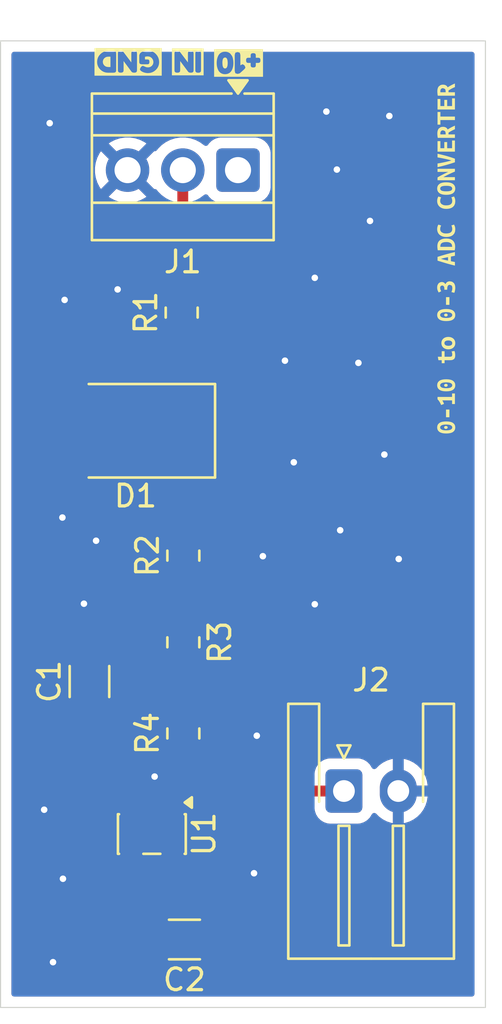
<source format=kicad_pcb>
(kicad_pcb (version 20241229) (generator "pcbnew") (generator_version "9.0")
  (layers (0 "F.Cu" signal) (2 "B.Cu" signal) (13 "F.Paste" user) (15 "B.Paste" user) (5 "F.SilkS" user "F.Silkscreen") (7 "B.SilkS" user "B.Silkscreen") (1 "F.Mask" user) (3 "B.Mask" user) (25 "Edge.Cuts" user))
  (net 0 "")
  (net 1 "GND")
  (net 2 "Net-(U1-+)")
  (net 3 "+3.3V")
  (net 4 "Net-(D1-A1)")
  (net 5 "+10V")
  (net 6 "Net-(J1-Pin_2)")
  (net 7 "Net-(R2-Pad1)")
  (net 8 "Net-(J2-Pin_1)")
  (footprint "TerminalBlock:TerminalBlock_Xinya_XY308-2.54-3P_1x03_P2.54mm_Horizontal" (layer "F.Cu") (at 140.2588 42.2148 180)
    (property "Reference" "J1" (at 2.54 -4.22 0) (layer "F.SilkS"))
    (property "Value" "ADC_IN")
    (fp_line (start 6.72 3.52) (end 0.3 3.52) (stroke (width 0.12)) (layer "F.SilkS"))
    (fp_line (start 6.72 -3.22) (end 6.72 3.52) (stroke (width 0.12)) (layer "F.SilkS"))
    (fp_line (start -0.3 3.52) (end -1.64 3.52) (stroke (width 0.12)) (layer "F.SilkS"))
    (fp_line (start -1.64 3.52) (end -1.64 -3.22) (stroke (width 0.12)) (layer "F.SilkS"))
    (fp_line (start -1.64 2.6) (end 6.72 2.6) (stroke (width 0.12)) (layer "F.SilkS"))
    (fp_line (start -1.64 1.6) (end 6.72 1.6) (stroke (width 0.12)) (layer "F.SilkS"))
    (fp_line (start -1.64 -1.5) (end 6.72 -1.5) (stroke (width 0.12)) (layer "F.SilkS"))
    (fp_line (start -1.64 -3.22) (end 6.72 -3.22) (stroke (width 0.12)) (layer "F.SilkS"))
    (fp_poly (pts (xy 0 3.52) (xy 0.44 4.13) (xy -0.44 4.13)) (stroke (width 0.12)) (fill yes) (layer "F.SilkS"))
    (pad "1" thru_hole roundrect (at 0 0 180) (size 2 2) (drill 1.2) (layers "*.Cu" "*.Mask") (roundrect_rratio 0.125) (net 5 "+10V"))
    (pad "2" thru_hole circle (at 2.54 0 180) (size 2 2) (drill 1.2) (layers "*.Cu" "*.Mask") (net 6 "Net-(J1-Pin_2)"))
    (pad "3" thru_hole circle (at 5.08 0 180) (size 2 2) (drill 1.2) (layers "*.Cu" "*.Mask") (net 1 "GND"))
  )
  (footprint "Diode_SMD:D_SMB" (layer "F.Cu") (at 135.5434 54.2017 180)
    (property "Reference" "D1" (at 0 -3 0) (layer "F.SilkS"))
    (property "Value" "SM6T10A")
    (fp_line (start -3.66 2.15) (end 2.15 2.15) (stroke (width 0.12)) (layer "F.SilkS"))
    (fp_line (start -3.66 -2.15) (end 2.15 -2.15) (stroke (width 0.12)) (layer "F.SilkS"))
    (fp_line (start -3.66 -2.15) (end -3.66 2.15) (stroke (width 0.12)) (layer "F.SilkS"))
    (pad "1" smd roundrect (at -2.15 0 180) (size 2.5 2.3) (layers "F.Cu" "F.Mask" "F.Paste") (roundrect_rratio 0.1086956522) (net 4 "Net-(D1-A1)"))
    (pad "2" smd roundrect (at 2.15 0 180) (size 2.5 2.3) (layers "F.Cu" "F.Mask" "F.Paste") (roundrect_rratio 0.1086956522) (net 1 "GND"))
  )
  (footprint "Resistor_SMD:R_0805_2012Metric" (layer "F.Cu") (at 137.7442 68.1209 90)
    (property "Reference" "R4" (at 0 -1.65 90) (layer "F.SilkS"))
    (property "Value" "2.2k")
    (fp_line (start -0.227064 -0.735) (end 0.227064 -0.735) (stroke (width 0.12)) (layer "F.SilkS"))
    (fp_line (start -0.227064 0.735) (end 0.227064 0.735) (stroke (width 0.12)) (layer "F.SilkS"))
    (pad "1" smd roundrect (at -0.9125 0 90) (size 1.025 1.4) (layers "F.Cu" "F.Mask" "F.Paste") (roundrect_rratio 0.243902) (net 7 "Net-(R2-Pad1)"))
    (pad "2" smd roundrect (at 0.9125 0 90) (size 1.025 1.4) (layers "F.Cu" "F.Mask" "F.Paste") (roundrect_rratio 0.243902) (net 2 "Net-(U1-+)"))
  )
  (footprint "kibuzzard-69406A88" (layer "F.Cu") (at 149.8346 46.2788 90)
    (property "Reference" "kibuzzard-69406A88" (hide yes))
    (property "Value" "G***" (hide yes))
    (fp_poly (pts (xy -2.131179 -0.009047) (xy -1.77706 -0.009047) (xy -1.77706 0.147334) (xy -2.131179 0.147334) (xy -2.131179 -0.009047)) (fill yes) (layer "F.SilkS"))
    (fp_poly (pts (xy -7.300808 -0.009047) (xy -6.946688 -0.009047) (xy -6.946688 0.147334) (xy -7.300808 0.147334) (xy -7.300808 -0.009047)) (fill yes) (layer "F.SilkS"))
    (fp_poly (pts (xy 6.737318 -0.399354) (xy 6.737318 -0.267528) (xy 6.526656 -0.267528) (xy 6.526656 0.400646) (xy 6.366397 0.400646) (xy 6.366397 -0.267528) (xy 6.155735 -0.267528) (xy 6.155735 -0.399354) (xy 6.737318 -0.399354)) (fill yes) (layer "F.SilkS"))
    (fp_poly (pts (xy -2.527948 -0.014216) (xy -2.547981 0.04588) (xy -2.599031 0.071082) (xy -2.652019 0.04588) (xy -2.671405 -0.014216) (xy -2.652019 -0.07496) (xy -2.599031 -0.100808) (xy -2.547981 -0.07496) (xy -2.527948 -0.014216)) (fill yes) (layer "F.SilkS"))
    (fp_poly (pts (xy -5.758966 -0.014216) (xy -5.778998 0.04588) (xy -5.830048 0.071082) (xy -5.883037 0.04588) (xy -5.902423 -0.014216) (xy -5.883037 -0.07496) (xy -5.830048 -0.100808) (xy -5.778998 -0.07496) (xy -5.758966 -0.014216)) (fill yes) (layer "F.SilkS"))
    (fp_poly (pts (xy -7.697577 -0.014216) (xy -7.717609 0.04588) (xy -7.768659 0.071082) (xy -7.821648 0.04588) (xy -7.841034 -0.014216) (xy -7.821648 -0.07496) (xy -7.768659 -0.100808) (xy -7.717609 -0.07496) (xy -7.697577 -0.014216)) (fill yes) (layer "F.SilkS"))
    (fp_poly (pts (xy 6.85105 0.400646) (xy 6.85105 -0.399354) (xy 7.335703 -0.399354) (xy 7.335703 -0.267528) (xy 7.010016 -0.267528) (xy 7.010016 -0.087884) (xy 7.293053 -0.087884) (xy 7.293053 0.043942) (xy 7.010016 0.043942) (xy 7.010016 0.268821) (xy 7.364136 0.268821) (xy 7.364136 0.400646) (xy 6.85105 0.400646)) (fill yes) (layer "F.SilkS"))
    (fp_poly (pts (xy 4.912439 0.400646) (xy 4.912439 -0.399354) (xy 5.397092 -0.399354) (xy 5.397092 -0.267528) (xy 5.071405 -0.267528) (xy 5.071405 -0.087884) (xy 5.354443 -0.087884) (xy 5.354443 0.043942) (xy 5.071405 0.043942) (xy 5.071405 0.268821) (xy 5.425525 0.268821) (xy 5.425525 0.400646) (xy 4.912439 0.400646)) (fill yes) (layer "F.SilkS"))
    (fp_poly (pts (xy -6.525363 0.268821) (xy -6.525363 -0.178352) (xy -6.608078 -0.132472) (xy -6.686914 -0.100808) (xy -6.738611 -0.232633) (xy -6.671405 -0.262359) (xy -6.599031 -0.302423) (xy -6.530533 -0.34895) (xy -6.47496 -0.399354) (xy -6.366397 -0.399354) (xy -6.366397 0.268821) (xy -6.207431 0.268821) (xy -6.207431 0.400646) (xy -6.693376 0.400646) (xy -6.693376 0.268821) (xy -6.525363 0.268821)) (fill yes) (layer "F.SilkS"))
    (fp_poly (pts (xy 3.997415 0.400646) (xy 3.960151 0.311973) (xy 3.920732 0.223443) (xy 3.87916 0.135057) (xy 3.835433 0.04667) (xy 3.789553 -0.04186) (xy 3.741519 -0.130533) (xy 3.741519 0.400646) (xy 3.598061 0.400646) (xy 3.598061 -0.399354) (xy 3.72601 -0.399354) (xy 3.762197 -0.340065) (xy 3.798384 -0.275929) (xy 3.834087 -0.209532) (xy 3.868821 -0.143457) (xy 3.901777 -0.078514) (xy 3.932149 -0.015509) (xy 3.959128 0.042649) (xy 3.981906 0.093053) (xy 3.981906 -0.399354) (xy 4.125363 -0.399354) (xy 4.125363 0.400646) (xy 3.997415 0.400646)) (fill yes) (layer "F.SilkS"))
    (fp_poly (pts (xy -4.677221 -0.07496) (xy -4.815509 -0.07496) (xy -4.815509 -0.206785) (xy -4.677221 -0.206785) (xy -4.677221 -0.359289) (xy -4.518255 -0.385137) (xy -4.518255 -0.206785) (xy -4.263651 -0.206785) (xy -4.263651 -0.07496) (xy -4.518255 -0.07496) (xy -4.518255 0.170598) (xy -4.511793 0.224879) (xy -4.4937 0.257189) (xy -4.465267 0.272698) (xy -4.427787 0.276575) (xy -4.387076 0.275283) (xy -4.350889 0.270759) (xy -4.314701 0.261066) (xy -4.27399 0.244265) (xy -4.252019 0.38126) (xy -4.347011 0.407108) (xy -4.44588 0.414863) (xy -4.544103 0.405816) (xy -4.616478 0.370921) (xy -4.661712 0.2979) (xy -4.673344 0.243457) (xy -4.677221 0.174475) (xy -4.677221 -0.07496)) (fill yes) (layer "F.SilkS"))
    (fp_poly (pts (xy 0.125363 0.400646) (xy 0.087884 0.215832) (xy -0.095638 0.215832) (xy -0.095638 0.084006) (xy 0.060743 0.084006) (xy 0.045234 0.001292) (xy 0.027787 -0.078191) (xy 0.007108 -0.15832) (xy -0.016801 -0.244265) (xy -0.040711 -0.15832) (xy -0.061389 -0.078191) (xy -0.079483 0.001292) (xy -0.095638 0.084006) (xy -0.095638 0.215832) (xy -0.125363 0.215832) (xy -0.161551 0.400646) (xy -0.326979 0.400646) (xy -0.304181 0.307722) (xy -0.281279 0.218158) (xy -0.258275 0.131955) (xy -0.235166 0.049111) (xy -0.211955 -0.030372) (xy -0.183118 -0.126373) (xy -0.154766 -0.219871) (xy -0.126898 -0.310864) (xy -0.099515 -0.399354) (xy 0.073667 -0.399354) (xy 0.10206 -0.310137) (xy 0.130372 -0.218255) (xy 0.158603 -0.123708) (xy 0.186753 -0.026494) (xy 0.209111 0.053661) (xy 0.231212 0.136452) (xy 0.253053 0.22188) (xy 0.274637 0.309945) (xy 0.295961 0.400646) (xy 0.125363 0.400646)) (fill yes) (layer "F.SilkS"))
    (fp_poly (pts (xy 0.918901 0) (xy 0.911955 0.102908) (xy 0.891115 0.189338) (xy 0.857997 0.260258) (xy 0.814216 0.31664) (xy 0.76042 0.359128) (xy 0.697254 0.388368) (xy 0.62601 0.405331) (xy 0.550565 0.410798) (xy 0.550565 0.272698) (xy 0.564782 0.272698) (xy 0.655897 0.252019) (xy 0.715347 0.195153) (xy 0.747658 0.109208) (xy 0.754927 0.057027) (xy 0.757351 0) (xy 0.749596 -0.100808) (xy 0.722456 -0.187399) (xy 0.669467 -0.247496) (xy 0.582876 -0.270113) (xy 0.559612 -0.269467) (xy 0.536349 -0.266236) (xy 0.536349 0.271405) (xy 0.550565 0.272698) (xy 0.550565 0.410798) (xy 0.547981 0.410985) (xy 0.46462 0.406462) (xy 0.377383 0.391599) (xy 0.377383 -0.389015) (xy 0.479483 -0.404523) (xy 0.568659 -0.408401) (xy 0.644103 -0.402585) (xy 0.712763 -0.385137) (xy 0.773021 -0.35525) (xy 0.823263 -0.312116) (xy 0.863489 -0.255574) (xy 0.8937 -0.18546) (xy 0.912601 -0.100646) (xy 0.918901 0)) (fill yes) (layer "F.SilkS"))
    (fp_poly (pts (xy 2.628756 0.417447) (xy 2.524789 0.405385) (xy 2.438629 0.369198) (xy 2.370275 0.308885) (xy 2.33126 0.248869) (xy 2.303393 0.177383) (xy 2.286672 0.094426) (xy 2.281099 0) (xy 2.287884 -0.094023) (xy 2.308239 -0.17706) (xy 2.340711 -0.248627) (xy 2.383845 -0.308239) (xy 2.436834 -0.355412) (xy 2.498869 -0.389661) (xy 2.568498 -0.410501) (xy 2.644265 -0.417447) (xy 2.721163 -0.410339) (xy 2.78126 -0.394184) (xy 2.824556 -0.374798) (xy 2.85105 -0.359289) (xy 2.809693 -0.232633) (xy 2.737964 -0.26559) (xy 2.64168 -0.27916) (xy 2.568659 -0.26559) (xy 2.505331 -0.220355) (xy 2.460097 -0.135703) (xy 2.447011 -0.076252) (xy 2.442649 -0.003877) (xy 2.447891 0.080345) (xy 2.463615 0.15035) (xy 2.489822 0.206139) (xy 2.552019 0.260905) (xy 2.644265 0.27916) (xy 2.747011 0.264943) (xy 2.812278 0.236511) (xy 2.852342 0.361874) (xy 2.761228 0.4) (xy 2.699354 0.413086) (xy 2.628756 0.417447)) (fill yes) (layer "F.SilkS"))
    (fp_poly (pts (xy 1.336349 0.417447) (xy 1.232382 0.405385) (xy 1.146222 0.369198) (xy 1.077868 0.308885) (xy 1.038853 0.248869) (xy 1.010985 0.177383) (xy 0.994265 0.094426) (xy 0.988691 0) (xy 0.995477 -0.094023) (xy 1.015832 -0.17706) (xy 1.048304 -0.248627) (xy 1.091438 -0.308239) (xy 1.144426 -0.355412) (xy 1.206462 -0.389661) (xy 1.27609 -0.410501) (xy 1.351858 -0.417447) (xy 1.428756 -0.410339) (xy 1.488853 -0.394184) (xy 1.532149 -0.374798) (xy 1.558643 -0.359289) (xy 1.517286 -0.232633) (xy 1.445557 -0.26559) (xy 1.349273 -0.27916) (xy 1.276252 -0.26559) (xy 1.212924 -0.220355) (xy 1.16769 -0.135703) (xy 1.154604 -0.076252) (xy 1.150242 -0.003877) (xy 1.155484 0.080345) (xy 1.171208 0.15035) (xy 1.197415 0.206139) (xy 1.259612 0.260905) (xy 1.351858 0.27916) (xy 1.454604 0.264943) (xy 1.519871 0.236511) (xy 1.559935 0.361874) (xy 1.468821 0.4) (xy 1.406947 0.413086) (xy 1.336349 0.417447)) (fill yes) (layer "F.SilkS"))
    (fp_poly (pts (xy 4.425202 0.400646) (xy 4.393215 0.305654) (xy 4.359289 0.199031) (xy 4.336457 0.124143) (xy 4.314486 0.049399) (xy 4.293376 -0.025202) (xy 4.273416 -0.098367) (xy 4.254891 -0.168803) (xy 4.237803 -0.236511) (xy 4.216478 -0.326979) (xy 4.201616 -0.399354) (xy 4.369628 -0.399354) (xy 4.379321 -0.33231) (xy 4.392892 -0.25525) (xy 4.409208 -0.17189) (xy 4.427141 -0.085945) (xy 4.446527 0.000646) (xy 4.467205 0.085945) (xy 4.488368 0.166236) (xy 4.509208 0.237803) (xy 4.529887 0.167205) (xy 4.550565 0.087237) (xy 4.570598 0.001939) (xy 4.589338 -0.084653) (xy 4.606785 -0.170759) (xy 4.62294 -0.254604) (xy 4.637157 -0.332149) (xy 4.648788 -0.399354) (xy 4.815509 -0.399354) (xy 4.798223 -0.317286) (xy 4.777383 -0.226171) (xy 4.75315 -0.12811) (xy 4.725687 -0.025202) (xy 4.705654 0.04545) (xy 4.68433 0.116963) (xy 4.661712 0.189338) (xy 4.638162 0.261353) (xy 4.614037 0.33179) (xy 4.589338 0.400646) (xy 4.425202 0.400646)) (fill yes) (layer "F.SilkS"))
    (fp_poly (pts (xy 7.692407 -0.408401) (xy 7.757674 -0.404523) (xy 7.816478 -0.392892) (xy 7.868174 -0.373183) (xy 7.912116 -0.345073) (xy 7.973506 -0.263005) (xy 7.989499 -0.208885) (xy 7.99483 -0.146042) (xy 7.987722 -0.079483) (xy 7.966397 -0.019386) (xy 7.928595 0.030695) (xy 7.872052 0.067205) (xy 7.918578 0.141519) (xy 7.966397 0.226817) (xy 8.010985 0.315994) (xy 8.047819 0.400646) (xy 7.881099 0.400646) (xy 7.84895 0.324556) (xy 7.811955 0.251373) (xy 7.771082 0.17916) (xy 7.727302 0.105977) (xy 7.644588 0.105977) (xy 7.644588 -0.025848) (xy 7.679483 -0.025848) (xy 7.749596 -0.033764) (xy 7.797092 -0.057512) (xy 7.833279 -0.147334) (xy 7.823586 -0.202262) (xy 7.794507 -0.240388) (xy 7.749596 -0.262682) (xy 7.692407 -0.270113) (xy 7.670436 -0.269467) (xy 7.644588 -0.266236) (xy 7.644588 -0.025848) (xy 7.644588 0.105977) (xy 7.644588 0.400646) (xy 7.485622 0.400646) (xy 7.485622 -0.387722) (xy 7.536672 -0.397415) (xy 7.592892 -0.403877) (xy 7.647173 -0.407108) (xy 7.692407 -0.408401)) (fill yes) (layer "F.SilkS"))
    (fp_poly (pts (xy 5.753796 -0.408401) (xy 5.819063 -0.404523) (xy 5.877868 -0.392892) (xy 5.929564 -0.373183) (xy 5.973506 -0.345073) (xy 6.034895 -0.263005) (xy 6.050889 -0.208885) (xy 6.05622 -0.146042) (xy 6.049111 -0.079483) (xy 6.027787 -0.019386) (xy 5.989984 0.030695) (xy 5.933441 0.067205) (xy 5.979968 0.141519) (xy 6.027787 0.226817) (xy 6.072375 0.315994) (xy 6.109208 0.400646) (xy 5.942488 0.400646) (xy 5.910339 0.324556) (xy 5.873344 0.251373) (xy 5.832472 0.17916) (xy 5.788691 0.105977) (xy 5.705977 0.105977) (xy 5.705977 -0.025848) (xy 5.740872 -0.025848) (xy 5.810985 -0.033764) (xy 5.858481 -0.057512) (xy 5.894669 -0.147334) (xy 5.884976 -0.202262) (xy 5.855897 -0.240388) (xy 5.810985 -0.262682) (xy 5.753796 -0.270113) (xy 5.731826 -0.269467) (xy 5.705977 -0.266236) (xy 5.705977 -0.025848) (xy 5.705977 0.105977) (xy 5.705977 0.400646) (xy 5.547011 0.400646) (xy 5.547011 -0.387722) (xy 5.598061 -0.397415) (xy 5.654281 -0.403877) (xy 5.708562 -0.407108) (xy 5.753796 -0.408401)) (fill yes) (layer "F.SilkS"))
    (fp_poly (pts (xy -1.355735 0.417447) (xy -1.418417 0.412924) (xy -1.481745 0.401939) (xy -1.537964 0.387722) (xy -1.578029 0.373506) (xy -1.547011 0.240388) (xy -1.470113 0.267528) (xy -1.418255 0.278191) (xy -1.357027 0.281745) (xy -1.287722 0.273021) (xy -1.242649 0.24685) (xy -1.209693 0.160258) (xy -1.222294 0.106462) (xy -1.260097 0.071729) (xy -1.317286 0.052827) (xy -1.388045 0.046527) (xy -1.437157 0.046527) (xy -1.437157 -0.085299) (xy -1.377706 -0.085299) (xy -1.328595 -0.090468) (xy -1.284653 -0.10727) (xy -1.252989 -0.138288) (xy -1.240711 -0.187399) (xy -1.267205 -0.256543) (xy -1.340226 -0.281745) (xy -1.430048 -0.266882) (xy -1.506947 -0.230048) (xy -1.563813 -0.346365) (xy -1.471405 -0.393538) (xy -1.410178 -0.41147) (xy -1.341519 -0.417447) (xy -1.278675 -0.413247) (xy -1.224556 -0.400646) (xy -1.142488 -0.353473) (xy -1.094669 -0.281745) (xy -1.07916 -0.192569) (xy -1.1063 -0.100808) (xy -1.178675 -0.033603) (xy -1.123586 -0.001616) (xy -1.082391 0.042649) (xy -1.056704 0.0979) (xy -1.048142 0.162843) (xy -1.066236 0.264943) (xy -1.121809 0.345719) (xy -1.164459 0.37609) (xy -1.217447 0.398708) (xy -1.281099 0.412763) (xy -1.355735 0.417447)) (fill yes) (layer "F.SilkS"))
    (fp_poly (pts (xy -2.322456 -0.001292) (xy -2.326898 0.0979) (xy -2.340226 0.183522) (xy -2.362439 0.255574) (xy -2.393538 0.314055) (xy -2.448106 0.371495) (xy -2.517035 0.405959) (xy -2.600323 0.417447) (xy -2.600323 0.280452) (xy -2.542326 0.26252) (xy -2.500162 0.208724) (xy -2.481134 0.153509) (xy -2.469718 0.083504) (xy -2.465913 -0.001292) (xy -2.469718 -0.085371) (xy -2.481134 -0.154945) (xy -2.500162 -0.210016) (xy -2.542326 -0.263813) (xy -2.600323 -0.281745) (xy -2.657512 -0.263813) (xy -2.699838 -0.210016) (xy -2.719225 -0.154945) (xy -2.730856 -0.085371) (xy -2.734733 -0.001292) (xy -2.730856 0.083504) (xy -2.719225 0.153509) (xy -2.699838 0.208724) (xy -2.657512 0.26252) (xy -2.600323 0.280452) (xy -2.600323 0.417447) (xy -2.683612 0.405959) (xy -2.75254 0.371495) (xy -2.807108 0.314055) (xy -2.838207 0.255574) (xy -2.86042 0.183522) (xy -2.873748 0.0979) (xy -2.878191 -0.001292) (xy -2.873667 -0.099354) (xy -2.860097 -0.184168) (xy -2.83748 -0.255735) (xy -2.805816 -0.314055) (xy -2.750817 -0.371495) (xy -2.682319 -0.405959) (xy -2.600323 -0.417447) (xy -2.517035 -0.406031) (xy -2.448106 -0.371782) (xy -2.393538 -0.314701) (xy -2.362439 -0.256583) (xy -2.340226 -0.184976) (xy -2.326898 -0.099879) (xy -2.322456 -0.001292)) (fill yes) (layer "F.SilkS"))
    (fp_poly (pts (xy -5.553473 -0.001292) (xy -5.557916 0.0979) (xy -5.571244 0.183522) (xy -5.593457 0.255574) (xy -5.624556 0.314055) (xy -5.679124 0.371495) (xy -5.748052 0.405959) (xy -5.831341 0.417447) (xy -5.831341 0.280452) (xy -5.773344 0.26252) (xy -5.731179 0.208724) (xy -5.712152 0.153509) (xy -5.700736 0.083504) (xy -5.696931 -0.001292) (xy -5.700736 -0.085371) (xy -5.712152 -0.154945) (xy -5.731179 -0.210016) (xy -5.773344 -0.263813) (xy -5.831341 -0.281745) (xy -5.88853 -0.263813) (xy -5.930856 -0.210016) (xy -5.950242 -0.154945) (xy -5.961874 -0.085371) (xy -5.965751 -0.001292) (xy -5.961874 0.083504) (xy -5.950242 0.153509) (xy -5.930856 0.208724) (xy -5.88853 0.26252) (xy -5.831341 0.280452) (xy -5.831341 0.417447) (xy -5.914629 0.405959) (xy -5.983558 0.371495) (xy -6.038126 0.314055) (xy -6.069225 0.255574) (xy -6.091438 0.183522) (xy -6.104766 0.0979) (xy -6.109208 -0.001292) (xy -6.104685 -0.099354) (xy -6.091115 -0.184168) (xy -6.068498 -0.255735) (xy -6.036834 -0.314055) (xy -5.981835 -0.371495) (xy -5.913337 -0.405959) (xy -5.831341 -0.417447) (xy -5.748052 -0.406031) (xy -5.679124 -0.371782) (xy -5.624556 -0.314701) (xy -5.593457 -0.256583) (xy -5.571244 -0.184976) (xy -5.557916 -0.099879) (xy -5.553473 -0.001292)) (fill yes) (layer "F.SilkS"))
    (fp_poly (pts (xy -7.492084 -0.001292) (xy -7.496527 0.0979) (xy -7.509855 0.183522) (xy -7.532068 0.255574) (xy -7.563166 0.314055) (xy -7.617735 0.371495) (xy -7.686663 0.405959) (xy -7.769952 0.417447) (xy -7.769952 0.280452) (xy -7.711955 0.26252) (xy -7.66979 0.208724) (xy -7.650763 0.153509) (xy -7.639347 0.083504) (xy -7.635541 -0.001292) (xy -7.639347 -0.085371) (xy -7.650763 -0.154945) (xy -7.66979 -0.210016) (xy -7.711955 -0.263813) (xy -7.769952 -0.281745) (xy -7.827141 -0.263813) (xy -7.869467 -0.210016) (xy -7.888853 -0.154945) (xy -7.900485 -0.085371) (xy -7.904362 -0.001292) (xy -7.900485 0.083504) (xy -7.888853 0.153509) (xy -7.869467 0.208724) (xy -7.827141 0.26252) (xy -7.769952 0.280452) (xy -7.769952 0.417447) (xy -7.85324 0.405959) (xy -7.922168 0.371495) (xy -7.976737 0.314055) (xy -8.007835 0.255574) (xy -8.030048 0.183522) (xy -8.043376 0.0979) (xy -8.047819 -0.001292) (xy -8.043296 -0.099354) (xy -8.029725 -0.184168) (xy -8.007108 -0.255735) (xy -7.975444 -0.314055) (xy -7.920445 -0.371495) (xy -7.851948 -0.405959) (xy -7.769952 -0.417447) (xy -7.686663 -0.406031) (xy -7.617735 -0.371782) (xy -7.563166 -0.314701) (xy -7.532068 -0.256583) (xy -7.509855 -0.184976) (xy -7.496527 -0.099879) (xy -7.492084 -0.001292)) (fill yes) (layer "F.SilkS"))
    (fp_poly (pts (xy 2.927302 0) (xy 2.932068 -0.097052) (xy 2.946365 -0.181422) (xy 2.970194 -0.25311) (xy 3.003554 -0.312116) (xy 3.060994 -0.370634) (xy 3.131646 -0.405744) (xy 3.215509 -0.417447) (xy 3.301957 -0.405744) (xy 3.37347 -0.370634) (xy 3.430048 -0.312116) (xy 3.462278 -0.25311) (xy 3.485299 -0.181422) (xy 3.499111 -0.097052) (xy 3.503716 0) (xy 3.499031 0.097052) (xy 3.484976 0.181422) (xy 3.461551 0.25311) (xy 3.428756 0.312116) (xy 3.37189 0.370634) (xy 3.301239 0.405744) (xy 3.216801 0.417447) (xy 3.215509 0.417273) (xy 3.215509 0.27916) (xy 3.280775 0.257189) (xy 3.319548 0.197092) (xy 3.337641 0.108562) (xy 3.341034 0.05622) (xy 3.342165 0) (xy 3.341034 -0.056381) (xy 3.337641 -0.109208) (xy 3.319548 -0.197738) (xy 3.281422 -0.257189) (xy 3.215509 -0.27916) (xy 3.149596 -0.257189) (xy 3.11147 -0.197092) (xy 3.093376 -0.108562) (xy 3.089984 -0.05622) (xy 3.088853 0) (xy 3.089984 0.056381) (xy 3.093376 0.109208) (xy 3.11147 0.197738) (xy 3.149596 0.257189) (xy 3.215509 0.27916) (xy 3.215509 0.417273) (xy 3.130282 0.405744) (xy 3.058553 0.370634) (xy 3.001616 0.312116) (xy 2.969103 0.25311) (xy 2.94588 0.181422) (xy 2.931947 0.097052) (xy 2.927302 0)) (fill yes) (layer "F.SilkS"))
    (fp_poly (pts (xy -3.605816 0.095638) (xy -3.610985 0.16462) (xy -3.626494 0.226817) (xy -3.651373 0.281583) (xy -3.684653 0.328271) (xy -3.725848 0.366074) (xy -3.774475 0.394184) (xy -3.829887 0.411632) (xy -3.891438 0.417447) (xy -3.894023 0.417203) (xy -3.894023 0.27916) (xy -3.83958 0.266559) (xy -3.800323 0.228756) (xy -3.776575 0.170598) (xy -3.768659 0.096931) (xy -3.775929 0.023425) (xy -3.797738 -0.034249) (xy -3.835703 -0.071567) (xy -3.891438 -0.084006) (xy -3.94588 -0.071567) (xy -3.985137 -0.034249) (xy -4.008885 0.023425) (xy -4.016801 0.096931) (xy -4.009532 0.170598) (xy -3.987722 0.228756) (xy -3.949758 0.266559) (xy -3.894023 0.27916) (xy -3.894023 0.417203) (xy -3.952989 0.411632) (xy -4.008401 0.394184) (xy -4.057189 0.366074) (xy -4.098869 0.328271) (xy -4.132633 0.281583) (xy -4.157674 0.226817) (xy -4.173183 0.16462) (xy -4.178352 0.095638) (xy -4.173021 0.027625) (xy -4.157027 -0.034249) (xy -4.131502 -0.088853) (xy -4.097577 -0.135057) (xy -4.055735 -0.172213) (xy -4.006462 -0.199677) (xy -3.951212 -0.21664) (xy -3.891438 -0.222294) (xy -3.830856 -0.21664) (xy -3.775767 -0.199677) (xy -3.726979 -0.172213) (xy -3.685299 -0.135057) (xy -3.651535 -0.088853) (xy -3.626494 -0.034249) (xy -3.610985 0.027625) (xy -3.605816 0.095638)) (fill yes) (layer "F.SilkS"))
  )
  (footprint "Connector_JST:JST_XH_S2B-XH-A-1_1x02_P2.50mm_Horizontal" (layer "F.Cu") (at 145.1302 70.7686)
    (property "Reference" "J2" (at 1.25 -5.1 0) (layer "F.SilkS"))
    (property "Value" "3V3_ADC_OUT")
    (fp_line (start -2.56 -4.01) (end -1.14 -4.01) (stroke (width 0.12)) (layer "F.SilkS"))
    (fp_line (start -2.56 7.71) (end -2.56 -4.01) (stroke (width 0.12)) (layer "F.SilkS"))
    (fp_line (start -1.14 -4.01) (end -1.14 0.49) (stroke (width 0.12)) (layer "F.SilkS"))
    (fp_line (start -0.3 -2.1) (end 0.3 -2.1) (stroke (width 0.12)) (layer "F.SilkS"))
    (fp_line (start -0.25 1.6) (end -0.25 7.1) (stroke (width 0.12)) (layer "F.SilkS"))
    (fp_line (start -0.25 7.1) (end 0.25 7.1) (stroke (width 0.12)) (layer "F.SilkS"))
    (fp_line (start 0 -1.5) (end -0.3 -2.1) (stroke (width 0.12)) (layer "F.SilkS"))
    (fp_line (start 0.25 1.6) (end -0.25 1.6) (stroke (width 0.12)) (layer "F.SilkS"))
    (fp_line (start 0.25 7.1) (end 0.25 1.6) (stroke (width 0.12)) (layer "F.SilkS"))
    (fp_line (start 0.3 -2.1) (end 0 -1.5) (stroke (width 0.12)) (layer "F.SilkS"))
    (fp_line (start 1.25 7.71) (end -2.56 7.71) (stroke (width 0.12)) (layer "F.SilkS"))
    (fp_line (start 1.25 7.71) (end 5.06 7.71) (stroke (width 0.12)) (layer "F.SilkS"))
    (fp_line (start 2.25 1.6) (end 2.25 7.1) (stroke (width 0.12)) (layer "F.SilkS"))
    (fp_line (start 2.25 7.1) (end 2.75 7.1) (stroke (width 0.12)) (layer "F.SilkS"))
    (fp_line (start 2.75 1.6) (end 2.25 1.6) (stroke (width 0.12)) (layer "F.SilkS"))
    (fp_line (start 2.75 7.1) (end 2.75 1.6) (stroke (width 0.12)) (layer "F.SilkS"))
    (fp_line (start 3.64 -4.01) (end 3.64 0.49) (stroke (width 0.12)) (layer "F.SilkS"))
    (fp_line (start 5.06 -4.01) (end 3.64 -4.01) (stroke (width 0.12)) (layer "F.SilkS"))
    (fp_line (start 5.06 7.71) (end 5.06 -4.01) (stroke (width 0.12)) (layer "F.SilkS"))
    (pad "1" thru_hole roundrect (at 0 0) (size 1.7 2) (drill 1) (layers "*.Cu" "*.Mask") (roundrect_rratio 0.147059) (net 8 "Net-(J2-Pin_1)"))
    (pad "2" thru_hole oval (at 2.5 0) (size 1.7 2) (drill 1) (layers "*.Cu" "*.Mask") (net 1 "GND"))
  )
  (footprint "Package_TO_SOT_SMD:SOT-23-5" (layer "F.Cu") (at 136.2964 72.7456 -90)
    (property "Reference" "U1" (at 0 -2.4 90) (layer "F.SilkS"))
    (property "Value" "MCP6001-OT")
    (fp_line (start -0.91 1.56) (end -0.91 1.51) (stroke (width 0.12)) (layer "F.SilkS"))
    (fp_line (start 0.91 1.56) (end -0.91 1.56) (stroke (width 0.12)) (layer "F.SilkS"))
    (fp_line (start 0.91 1.51) (end 0.91 1.56) (stroke (width 0.12)) (layer "F.SilkS"))
    (fp_line (start 0.91 -0.39) (end 0.91 0.39) (stroke (width 0.12)) (layer "F.SilkS"))
    (fp_line (start -0.91 -1.51) (end -0.91 -1.56) (stroke (width 0.12)) (layer "F.SilkS"))
    (fp_line (start -0.91 -1.56) (end 0.91 -1.56) (stroke (width 0.12)) (layer "F.SilkS"))
    (fp_line (start 0.91 -1.56) (end 0.91 -1.51) (stroke (width 0.12)) (layer "F.SilkS"))
    (fp_poly (pts (xy -1.45 -1.51) (xy -1.69 -1.84) (xy -1.21 -1.84)) (stroke (width 0.12)) (fill yes) (layer "F.SilkS"))
    (pad "1" smd roundrect (at -1.1375 -0.95 270) (size 1.325 0.6) (layers "F.Cu" "F.Mask" "F.Paste") (net 8 "Net-(J2-Pin_1)"))
    (pad "2" smd roundrect (at -1.1375 0 270) (size 1.325 0.6) (layers "F.Cu" "F.Mask" "F.Paste") (net 1 "GND"))
    (pad "3" smd roundrect (at -1.1375 0.95 270) (size 1.325 0.6) (layers "F.Cu" "F.Mask" "F.Paste") (net 2 "Net-(U1-+)"))
    (pad "4" smd roundrect (at 1.1375 0.95 270) (size 1.325 0.6) (layers "F.Cu" "F.Mask" "F.Paste") (net 8 "Net-(J2-Pin_1)"))
    (pad "5" smd roundrect (at 1.1375 -0.95 270) (size 1.325 0.6) (layers "F.Cu" "F.Mask" "F.Paste") (net 3 "+3.3V"))
  )
  (footprint "Capacitor_SMD:C_1206_3216Metric" (layer "F.Cu") (at 133.4262 65.7334 90)
    (property "Reference" "C1" (at 0 -1.85 90) (layer "F.SilkS"))
    (property "Value" "100nF")
    (fp_line (start -0.711252 -0.91) (end 0.711252 -0.91) (stroke (width 0.12)) (layer "F.SilkS"))
    (fp_line (start -0.711252 0.91) (end 0.711252 0.91) (stroke (width 0.12)) (layer "F.SilkS"))
    (pad "1" smd roundrect (at -1.475 0 90) (size 1.15 1.8) (layers "F.Cu" "F.Mask" "F.Paste") (roundrect_rratio 0.217391) (net 2 "Net-(U1-+)"))
    (pad "2" smd roundrect (at 1.475 0 90) (size 1.15 1.8) (layers "F.Cu" "F.Mask" "F.Paste") (roundrect_rratio 0.217391) (net 1 "GND"))
  )
  (footprint "Resistor_SMD:R_0805_2012Metric" (layer "F.Cu") (at 137.7442 59.9421 90)
    (property "Reference" "R2" (at 0 -1.65 90) (layer "F.SilkS"))
    (property "Value" "22k")
    (fp_line (start -0.227064 -0.735) (end 0.227064 -0.735) (stroke (width 0.12)) (layer "F.SilkS"))
    (fp_line (start -0.227064 0.735) (end 0.227064 0.735) (stroke (width 0.12)) (layer "F.SilkS"))
    (pad "1" smd roundrect (at -0.9125 0 90) (size 1.025 1.4) (layers "F.Cu" "F.Mask" "F.Paste") (roundrect_rratio 0.243902) (net 7 "Net-(R2-Pad1)"))
    (pad "2" smd roundrect (at 0.9125 0 90) (size 1.025 1.4) (layers "F.Cu" "F.Mask" "F.Paste") (roundrect_rratio 0.243902) (net 4 "Net-(D1-A1)"))
  )
  (footprint "Resistor_SMD:R_0805_2012Metric" (layer "F.Cu") (at 137.7442 63.9299 90)
    (property "Reference" "R3" (at 0 1.6764 90) (layer "F.SilkS"))
    (property "Value" "10k")
    (fp_line (start -0.227064 -0.735) (end 0.227064 -0.735) (stroke (width 0.12)) (layer "F.SilkS"))
    (fp_line (start -0.227064 0.735) (end 0.227064 0.735) (stroke (width 0.12)) (layer "F.SilkS"))
    (pad "1" smd roundrect (at -0.9125 0 90) (size 1.025 1.4) (layers "F.Cu" "F.Mask" "F.Paste") (roundrect_rratio 0.243902) (net 1 "GND"))
    (pad "2" smd roundrect (at 0.9125 0 90) (size 1.025 1.4) (layers "F.Cu" "F.Mask" "F.Paste") (roundrect_rratio 0.243902) (net 7 "Net-(R2-Pad1)"))
  )
  (footprint "Resistor_SMD:R_0805_2012Metric" (layer "F.Cu") (at 137.668 48.7661 90)
    (property "Reference" "R1" (at 0 -1.65 90) (layer "F.SilkS"))
    (property "Value" "0R")
    (fp_line (start -0.227064 -0.735) (end 0.227064 -0.735) (stroke (width 0.12)) (layer "F.SilkS"))
    (fp_line (start -0.227064 0.735) (end 0.227064 0.735) (stroke (width 0.12)) (layer "F.SilkS"))
    (pad "1" smd roundrect (at -0.9125 0 90) (size 1.025 1.4) (layers "F.Cu" "F.Mask" "F.Paste") (roundrect_rratio 0.243902) (net 4 "Net-(D1-A1)"))
    (pad "2" smd roundrect (at 0.9125 0 90) (size 1.025 1.4) (layers "F.Cu" "F.Mask" "F.Paste") (roundrect_rratio 0.243902) (net 6 "Net-(J1-Pin_2)"))
  )
  (footprint "kibuzzard-693DC08C" (layer "F.Cu") (at 140.2842 37.2872 180)
    (property "Reference" "kibuzzard-693DC08C" (hide yes))
    (property "Value" "G***" (hide yes))
    (fp_poly (pts (xy 0.620887 0.253934) (xy 0.680258 0.234621) (xy 0.716738 0.190987) (xy 0.735336 0.126609) (xy 0.743205 0.063662) (xy 0.74392 0.006438) (xy 0.74392 -0.000715) (xy 0.73632 -0.112124) (xy 0.713519 -0.191702) (xy 0.675519 -0.239449) (xy 0.622318 -0.255365) (xy 0.568491 -0.23936) (xy 0.530043 -0.191345) (xy 0.506974 -0.11132) (xy 0.499285 0.000715) (xy 0.506885 0.111499) (xy 0.529685 0.190629) (xy 0.567686 0.238108) (xy 0.620887 0.253934)) (fill yes) (layer "F.SilkS"))
    (fp_poly (pts (xy -1.005722 -0.636385) (xy -1.12494 -0.636385) (xy -1.12494 0.636385) (xy -1.005722 0.636385) (xy -0.67525 0.636385) (xy -0.67525 0.451359) (xy -0.742489 0.44206) (xy -0.778255 0.412017) (xy -0.790415 0.376252) (xy -0.792561 0.332618) (xy -0.792561 0.239628) (xy -0.895565 0.239628) (xy -0.936338 0.237482) (xy -0.969242 0.225322) (xy -0.997139 0.189557) (xy -1.005722 0.120887) (xy -0.996423 0.052217) (xy -0.966381 0.016452) (xy -0.9299 0.004292) (xy -0.885551 0.002146) (xy -0.792561 0.002146) (xy -0.792561 -0.092275) (xy -0.790415 -0.135908) (xy -0.778255 -0.170959) (xy -0.742489 -0.199571) (xy -0.67382 -0.208155) (xy -0.606581 -0.198856) (xy -0.570815 -0.169528) (xy -0.558655 -0.134478) (xy -0.556509 -0.090844) (xy -0.556509 0.002146) (xy -0.462089 0.002146) (xy -0.418455 0.004292) (xy -0.383405 0.016452) (xy -0.354077 0.052933) (xy -0.344778 0.122318) (xy -0.353362 0.189557) (xy -0.381259 0.225322) (xy -0.414163 0.237482) (xy -0.454936 0.239628) (xy -0.556509 0.239628) (xy -0.556509 0.334049) (xy -0.558655 0.377682) (xy -0.570815 0.412732) (xy -0.606581 0.44206) (xy -0.67525 0.451359) (xy -0.67525 0.636385) (xy 0.04578 0.636385) (xy 0.04578 0.501431) (xy -0.054363 0.472818) (xy -0.082976 0.371245) (xy -0.082976 -0.112303) (xy -0.097282 -0.099428) (xy -0.185265 -0.05794) (xy -0.270386 -0.108011) (xy -0.314735 -0.202432) (xy -0.298283 -0.248212) (xy -0.254649 -0.296853) (xy -0.072961 -0.459943) (xy -0.050072 -0.478541) (xy 0.04721 -0.502861) (xy 0.147353 -0.473534) (xy 0.175966 -0.371245) (xy 0.175966 0.372675) (xy 0.147353 0.472818) (xy 0.04578 0.501431) (xy 0.04578 0.636385) (xy 0.626609 0.636385) (xy 0.626609 0.517167) (xy 0.550429 0.511087) (xy 0.482117 0.492847) (xy 0.423641 0.463698) (xy 0.376967 0.424893) (xy 0.306867 0.330472) (xy 0.281295 0.276824) (xy 0.263233 0.217454) (xy 0.243205 0.10372) (xy 0.237482 -0.000715) (xy 0.23927 -0.060801) (xy 0.244635 -0.120887) (xy 0.256259 -0.184549) (xy 0.276824 -0.255365) (xy 0.305615 -0.325107) (xy 0.341917 -0.385551) (xy 0.3902 -0.436874) (xy 0.454936 -0.479256) (xy 0.533619 -0.50769) (xy 0.623748 -0.517167) (xy 0.711373 -0.507868) (xy 0.788269 -0.479971) (xy 0.851931 -0.438305) (xy 0.899857 -0.387697) (xy 0.936159 -0.327969) (xy 0.96495 -0.258941) (xy 0.985694 -0.188305) (xy 0.997854 -0.123748) (xy 1.003755 -0.061874) (xy 1.005722 0.000715) (xy 1.003577 0.064914) (xy 0.997139 0.128755) (xy 0.984442 0.194564) (xy 0.963519 0.264664) (xy 0.934728 0.332439) (xy 0.898426 0.391273) (xy 0.850858 0.440987) (xy 0.788269 0.481402) (xy 0.712804 0.508226) (xy 0.626609 0.517167) (xy 0.626609 0.636385) (xy 1.005722 0.636385) (xy 1.12494 0.636385) (xy 1.12494 -0.636385) (xy 1.005722 -0.636385) (xy -1.005722 -0.636385)) (fill yes) (layer "F.SilkS"))
  )
  (footprint "Capacitor_SMD:C_1206_3216Metric" (layer "F.Cu") (at 137.795 77.597 180)
    (property "Reference" "C2" (at 0 -1.85 0) (layer "F.SilkS"))
    (property "Value" "100nF")
    (fp_line (start -0.711252 0.91) (end 0.711252 0.91) (stroke (width 0.12)) (layer "F.SilkS"))
    (fp_line (start -0.711252 -0.91) (end 0.711252 -0.91) (stroke (width 0.12)) (layer "F.SilkS"))
    (pad "1" smd roundrect (at -1.475 0 180) (size 1.15 1.8) (layers "F.Cu" "F.Mask" "F.Paste") (roundrect_rratio 0.217391) (net 3 "+3.3V"))
    (pad "2" smd roundrect (at 1.475 0 180) (size 1.15 1.8) (layers "F.Cu" "F.Mask" "F.Paste") (roundrect_rratio 0.217391) (net 1 "GND"))
  )
  (footprint "kibuzzard-693DC098" (layer "F.Cu") (at 137.9474 37.2364 180)
    (property "Reference" "kibuzzard-693DC098" (hide yes))
    (property "Value" "G***" (hide yes))
    (fp_poly (pts (xy -0.610157 -0.619933) (xy -0.729375 -0.619933) (xy -0.729375 0.619933) (xy -0.610157 0.619933) (xy -0.479971 0.619933) (xy -0.479971 0.500715) (xy -0.554363 0.490701) (xy -0.594421 0.457797) (xy -0.608011 0.418455) (xy -0.610157 0.369099) (xy -0.610157 -0.370529) (xy -0.608011 -0.418455) (xy -0.594421 -0.457797) (xy -0.554363 -0.490701) (xy -0.478541 -0.500715) (xy -0.404149 -0.490701) (xy -0.364092 -0.457797) (xy -0.350501 -0.418455) (xy -0.348355 -0.369099) (xy -0.348355 0.370529) (xy -0.350501 0.419886) (xy -0.364092 0.458512) (xy -0.404149 0.490701) (xy -0.479971 0.500715) (xy -0.479971 0.619933) (xy -0.139485 0.619933) (xy -0.139485 0.500715) (xy -0.213162 0.490701) (xy -0.251788 0.458512) (xy -0.265379 0.41917) (xy -0.26824 0.369099) (xy -0.26824 -0.373391) (xy -0.265379 -0.421316) (xy -0.251073 -0.459227) (xy -0.211731 -0.489986) (xy -0.136624 -0.499285) (xy -0.071531 -0.490701) (xy -0.03505 -0.472818) (xy -0.009299 -0.443491) (xy 0.348355 0.037196) (xy 0.348355 -0.373391) (xy 0.351216 -0.420601) (xy 0.365522 -0.458512) (xy 0.405579 -0.48927) (xy 0.479971 -0.499285) (xy 0.554363 -0.48927) (xy 0.594421 -0.456366) (xy 0.608011 -0.417024) (xy 0.610157 -0.367668) (xy 0.610157 0.370529) (xy 0.608011 0.419886) (xy 0.594421 0.458512) (xy 0.554363 0.490701) (xy 0.478541 0.500715) (xy 0.404864 0.492847) (xy 0.362661 0.462089) (xy -0.007868 -0.027182) (xy -0.007868 0.370529) (xy -0.010014 0.419886) (xy -0.023605 0.458512) (xy -0.063662 0.490701) (xy -0.139485 0.500715) (xy -0.139485 0.619933) (xy 0.610157 0.619933) (xy 0.729375 0.619933) (xy 0.729375 -0.619933) (xy 0.610157 -0.619933) (xy -0.610157 -0.619933)) (fill yes) (layer "F.SilkS"))
  )
  (footprint "kibuzzard-693DC0A2" (layer "F.Cu") (at 135.2042 37.2364 180)
    (property "Reference" "kibuzzard-693DC0A2" (hide yes))
    (property "Value" "G***" (hide yes))
    (fp_poly (pts (xy 0.811874 0.238913) (xy 0.927754 0.238913) (xy 1.01824 0.221567) (xy 1.095136 0.169528) (xy 1.147711 0.092811) (xy 1.165236 0.001431) (xy 1.147711 -0.090129) (xy 1.095136 -0.167382) (xy 1.017883 -0.219957) (xy 0.926323 -0.237482) (xy 0.811874 -0.237482) (xy 0.811874 0.238913)) (fill yes) (layer "F.SilkS"))
    (fp_poly (pts (xy -1.427039 -0.63567) (xy -1.546257 -0.63567) (xy -1.546257 0.63567) (xy -1.427039 0.63567) (xy -0.923462 0.63567) (xy -0.923462 0.516452) (xy -1.02289 0.506706) (xy -1.115165 0.477468) (xy -1.200286 0.428737) (xy -1.278255 0.360515) (xy -1.343348 0.278702) (xy -1.389843 0.189199) (xy -1.41774 0.092006) (xy -1.427039 -0.012876) (xy -1.417606 -0.112884) (xy -1.389306 -0.205472) (xy -1.342141 -0.290638) (xy -1.276109 -0.368383) (xy -1.196844 -0.433163) (xy -1.109979 -0.479435) (xy -1.015513 -0.507198) (xy -0.913448 -0.516452) (xy -0.839235 -0.511266) (xy -0.759657 -0.495708) (xy -0.684371 -0.470851) (xy -0.623033 -0.437768) (xy -0.582976 -0.409156) (xy -0.556509 -0.379113) (xy -0.542918 -0.337625) (xy -0.575823 -0.257511) (xy -0.628755 -0.200644) (xy -0.681688 -0.181688) (xy -0.758941 -0.214592) (xy -0.83226 -0.244635) (xy -0.920601 -0.254649) (xy -1.014664 -0.236946) (xy -1.093705 -0.183834) (xy -1.147353 -0.104971) (xy -1.165236 -0.010014) (xy -1.146638 0.087983) (xy -1.090844 0.173104) (xy -1.010372 0.232117) (xy -0.91774 0.251788) (xy -0.835479 0.247139) (xy -0.774678 0.23319) (xy -0.774678 0.110157) (xy -0.880544 0.110157) (xy -0.91917 0.108011) (xy -0.949213 0.096567) (xy -0.973534 0.062947) (xy -0.980687 -0.001431) (xy -0.972818 -0.064378) (xy -0.946352 -0.097997) (xy -0.914878 -0.109442) (xy -0.876252 -0.111588) (xy -0.625894 -0.111588) (xy -0.570815 -0.101574) (xy -0.537196 -0.082976) (xy -0.520029 -0.054363) (xy -0.513591 -0.02289) (xy -0.512876 0.012876) (xy -0.512876 0.306152) (xy -0.54721 0.388412) (xy -0.587625 0.427575) (xy -0.6402 0.460658) (xy -0.719361 0.491655) (xy -0.813782 0.510253) (xy -0.923462 0.516452) (xy -0.923462 0.63567) (xy -0.279685 0.63567) (xy -0.279685 0.502146) (xy -0.353362 0.492132) (xy -0.391989 0.459943) (xy -0.405579 0.420601) (xy -0.408441 0.370529) (xy -0.408441 -0.37196) (xy -0.405579 -0.419886) (xy -0.391273 -0.457797) (xy -0.351931 -0.488555) (xy -0.276824 -0.497854) (xy -0.211731 -0.48927) (xy -0.17525 -0.471388) (xy -0.149499 -0.44206) (xy 0.208155 0.038627) (xy 0.208155 -0.37196) (xy 0.211016 -0.41917) (xy 0.225322 -0.457082) (xy 0.265379 -0.48784) (xy 0.339771 -0.497854) (xy 0.414163 -0.48784) (xy 0.45422 -0.454936) (xy 0.467811 -0.415594) (xy 0.469957 -0.366237) (xy 0.469957 0.37196) (xy 0.467811 0.421316) (xy 0.45422 0.459943) (xy 0.414163 0.492132) (xy 0.33834 0.502146) (xy 0.264664 0.494278) (xy 0.222461 0.463519) (xy -0.148069 -0.025751) (xy -0.148069 0.37196) (xy -0.150215 0.421316) (xy -0.163805 0.459943) (xy -0.203863 0.492132) (xy -0.279685 0.502146) (xy -0.279685 0.63567) (xy 0.680258 0.63567) (xy 0.680258 0.500715) (xy 0.608011 0.490701) (xy 0.56867 0.459943) (xy 0.553648 0.419886) (xy 0.550072 0.369099) (xy 0.550072 -0.370529) (xy 0.552217 -0.418455) (xy 0.565808 -0.457797) (xy 0.605866 -0.489986) (xy 0.681688 -0.499285) (xy 0.927754 -0.499285) (xy 1.026466 -0.490165) (xy 1.118026 -0.462804) (xy 1.202432 -0.417203) (xy 1.279685 -0.353362) (xy 1.344152 -0.276824) (xy 1.3902 -0.193133) (xy 1.417829 -0.102289) (xy 1.427039 -0.004292) (xy 1.417829 0.096343) (xy 1.3902 0.189378) (xy 1.344152 0.274812) (xy 1.279685 0.352647) (xy 1.202164 0.417427) (xy 1.116953 0.463698) (xy 1.024052 0.491461) (xy 0.923462 0.500715) (xy 0.680258 0.500715) (xy 0.680258 0.63567) (xy 1.427039 0.63567) (xy 1.546257 0.63567) (xy 1.546257 -0.63567) (xy 1.427039 -0.63567) (xy -1.427039 -0.63567)) (fill yes) (layer "F.SilkS"))
  )
  (gr_rect (start 129.3368 36.2712) (end 151.638 80.7212) (stroke (width 0.05)) (fill no) (layer "Edge.Cuts"))
  (via (at 142.4178 50.9778) (size 0.6) (drill 0.3) (layers "F.Cu" "B.Cu") (net 1))
  (via (at 133.1722 62.1538) (size 0.6) (drill 0.3) (layers "F.Cu" "B.Cu") (net 1))
  (via (at 133.731 59.2582) (size 0.6) (drill 0.3) (layers "F.Cu" "B.Cu") (net 1))
  (via (at 140.9954 74.549) (size 0.6) (drill 0.3) (layers "F.Cu" "B.Cu") (net 1))
  (via (at 147.2184 39.7256) (size 0.6) (drill 0.3) (layers "F.Cu" "B.Cu") (net 1))
  (via (at 131.3434 71.628) (size 0.6) (drill 0.3) (layers "F.Cu" "B.Cu") (net 1))
  (via (at 141.4018 59.9694) (size 0.6) (drill 0.3) (layers "F.Cu" "B.Cu") (net 1))
  (via (at 147.6502 60.0964) (size 0.6) (drill 0.3) (layers "F.Cu" "B.Cu") (net 1))
  (via (at 134.7216 47.7012) (size 0.6) (drill 0.3) (layers "F.Cu" "B.Cu") (net 1))
  (via (at 142.8242 55.6514) (size 0.6) (drill 0.3) (layers "F.Cu" "B.Cu") (net 1))
  (via (at 143.7894 62.1792) (size 0.6) (drill 0.3) (layers "F.Cu" "B.Cu") (net 1))
  (via (at 143.7894 47.1678) (size 0.6) (drill 0.3) (layers "F.Cu" "B.Cu") (net 1))
  (via (at 145.796 51.0794) (size 0.6) (drill 0.3) (layers "F.Cu" "B.Cu") (net 1))
  (via (at 144.8054 42.1894) (size 0.6) (drill 0.3) (layers "F.Cu" "B.Cu") (net 1))
  (via (at 136.4234 70.104) (size 0.6) (drill 0.3) (layers "F.Cu" "B.Cu") (net 1))
  (via (at 144.3228 39.5224) (size 0.6) (drill 0.3) (layers "F.Cu" "B.Cu") (net 1))
  (via (at 132.2832 48.1838) (size 0.6) (drill 0.3) (layers "F.Cu" "B.Cu") (net 1))
  (via (at 131.5974 40.0558) (size 0.6) (drill 0.3) (layers "F.Cu" "B.Cu") (net 1))
  (via (at 141.1224 68.2244) (size 0.6) (drill 0.3) (layers "F.Cu" "B.Cu") (net 1))
  (via (at 132.1816 58.1914) (size 0.6) (drill 0.3) (layers "F.Cu" "B.Cu") (net 1))
  (via (at 146.9898 55.2958) (size 0.6) (drill 0.3) (layers "F.Cu" "B.Cu") (net 1))
  (via (at 131.7498 78.6384) (size 0.6) (drill 0.3) (layers "F.Cu" "B.Cu") (net 1))
  (via (at 146.3294 44.5516) (size 0.6) (drill 0.3) (layers "F.Cu" "B.Cu") (net 1))
  (via (at 132.207 74.803) (size 0.6) (drill 0.3) (layers "F.Cu" "B.Cu") (net 1))
  (via (at 144.9578 58.7756) (size 0.6) (drill 0.3) (layers "F.Cu" "B.Cu") (net 1))
  (segment (start 135.3464 71.6081) (end 135.3464 69.1286) (width 0.5) (layer "F.Cu") (net 2))
  (segment (start 137.7442 67.2084) (end 133.4262 67.2084) (width 0.5) (layer "F.Cu") (net 2))
  (segment (start 135.3464 69.1286) (end 133.4262 67.2084) (width 0.5) (layer "F.Cu") (net 2))
  (segment (start 137.2464 73.8831) (end 137.2464 75.5734) (width 0.5) (layer "F.Cu") (net 3))
  (segment (start 137.2464 75.5734) (end 139.27 77.597) (width 0.5) (layer "F.Cu") (net 3))
  (segment (start 137.6934 54.2017) (end 137.6934 58.9788) (width 0.5) (layer "F.Cu") (net 4))
  (segment (start 137.668 49.6786) (end 137.668 54.1763) (width 0.5) (layer "F.Cu") (net 4))
  (segment (start 137.668 54.1763) (end 137.6934 54.2017) (width 0.2) (layer "F.Cu") (net 4))
  (segment (start 137.6934 58.9788) (end 137.7442 59.0296) (width 0.2) (layer "F.Cu") (net 4))
  (segment (start 137.7188 47.8028) (end 137.668 47.8536) (width 0.2) (layer "F.Cu") (net 6))
  (segment (start 137.7188 42.2148) (end 137.7188 47.8028) (width 0.5) (layer "F.Cu") (net 6))
  (segment (start 139.5222 68.0974) (end 138.5862 69.0334) (width 0.5) (layer "F.Cu") (net 7))
  (segment (start 139.5222 64.7954) (end 139.5222 68.0974) (width 0.5) (layer "F.Cu") (net 7))
  (segment (start 137.7442 63.0174) (end 139.5222 64.7954) (width 0.5) (layer "F.Cu") (net 7))
  (segment (start 138.5862 69.0334) (end 137.7442 69.0334) (width 0.5) (layer "F.Cu") (net 7))
  (segment (start 137.7442 60.8546) (end 137.7442 63.0174) (width 0.5) (layer "F.Cu") (net 7))
  (segment (start 137.2464 71.6081) (end 138.0859 70.7686) (width 0.5) (layer "F.Cu") (net 8))
  (segment (start 135.3464 73.8831) (end 137.2464 71.9831) (width 0.5) (layer "F.Cu") (net 8))
  (segment (start 137.2464 71.9831) (end 137.2464 71.6081) (width 0.2) (layer "F.Cu") (net 8))
  (segment (start 138.0859 70.7686) (end 145.1302 70.7686) (width 0.5) (layer "F.Cu") (net 8))
  (zone (net 1) (net_name "GND") (layers "F.Cu" "B.Cu") (connect_pads (clearance 0.5)) (min_thickness 0.25) (fill yes (thermal_gap 0.5) (thermal_bridge_width 0.5))
    (polygon (pts (xy 129.3368 34.3916) (xy 152.4254 34.3916) (xy 152.4254 81.4832) (xy 129.3368 81.4832)))
  )
)
</source>
